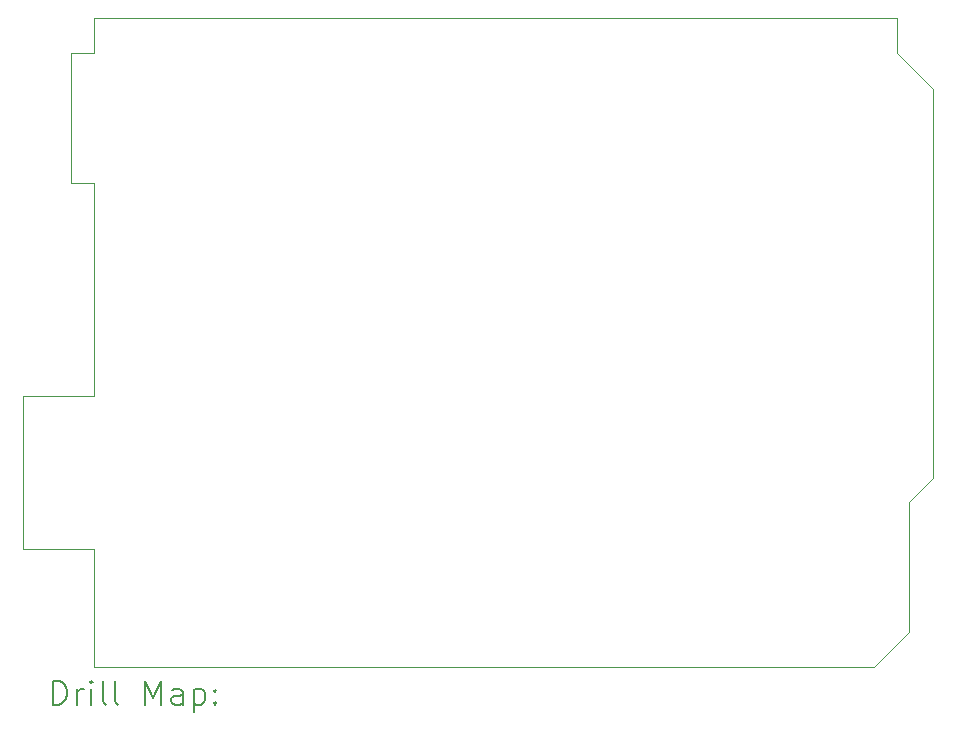
<source format=gbr>
%TF.GenerationSoftware,KiCad,Pcbnew,(6.0.7)*%
%TF.CreationDate,2022-08-22T17:31:40+09:00*%
%TF.ProjectId,LED_Roulette_Shield,4c45445f-526f-4756-9c65-7474655f5368,rev?*%
%TF.SameCoordinates,Original*%
%TF.FileFunction,Drillmap*%
%TF.FilePolarity,Positive*%
%FSLAX45Y45*%
G04 Gerber Fmt 4.5, Leading zero omitted, Abs format (unit mm)*
G04 Created by KiCad (PCBNEW (6.0.7)) date 2022-08-22 17:31:40*
%MOMM*%
%LPD*%
G01*
G04 APERTURE LIST*
%ADD10C,0.100000*%
%ADD11C,0.200000*%
G04 APERTURE END LIST*
D10*
X18200000Y-6300000D02*
X18300000Y-6300000D01*
X11500000Y-10900000D02*
X11500000Y-10800000D01*
X11300000Y-6600000D02*
X11300000Y-7700000D01*
X11500000Y-9500000D02*
X11500000Y-7700000D01*
X11500000Y-11800000D02*
X11500000Y-10900000D01*
X18600000Y-10200000D02*
X18400000Y-10400000D01*
X11300000Y-7700000D02*
X11500000Y-7700000D01*
X18300000Y-6600000D02*
X18500000Y-6800000D01*
X11500000Y-6300000D02*
X18200000Y-6300000D01*
X18600000Y-6900000D02*
X18600000Y-10200000D01*
X11400000Y-6600000D02*
X11300000Y-6600000D01*
X11500000Y-6600000D02*
X11500000Y-6300000D01*
X18500000Y-6800000D02*
X18600000Y-6900000D01*
X18100000Y-11800000D02*
X11500000Y-11800000D01*
X18300000Y-6300000D02*
X18300000Y-6600000D01*
X10900000Y-9500000D02*
X11500000Y-9500000D01*
X11400000Y-6600000D02*
X11500000Y-6600000D01*
X18400000Y-11500000D02*
X18100000Y-11800000D01*
X18400000Y-10400000D02*
X18400000Y-11500000D01*
X11500000Y-10800000D02*
X10900000Y-10800000D01*
X10900000Y-10800000D02*
X10900000Y-9500000D01*
D11*
X11152619Y-12115476D02*
X11152619Y-11915476D01*
X11200238Y-11915476D01*
X11228809Y-11925000D01*
X11247857Y-11944048D01*
X11257381Y-11963095D01*
X11266905Y-12001190D01*
X11266905Y-12029762D01*
X11257381Y-12067857D01*
X11247857Y-12086905D01*
X11228809Y-12105952D01*
X11200238Y-12115476D01*
X11152619Y-12115476D01*
X11352619Y-12115476D02*
X11352619Y-11982143D01*
X11352619Y-12020238D02*
X11362143Y-12001190D01*
X11371667Y-11991667D01*
X11390714Y-11982143D01*
X11409762Y-11982143D01*
X11476428Y-12115476D02*
X11476428Y-11982143D01*
X11476428Y-11915476D02*
X11466905Y-11925000D01*
X11476428Y-11934524D01*
X11485952Y-11925000D01*
X11476428Y-11915476D01*
X11476428Y-11934524D01*
X11600238Y-12115476D02*
X11581190Y-12105952D01*
X11571667Y-12086905D01*
X11571667Y-11915476D01*
X11705000Y-12115476D02*
X11685952Y-12105952D01*
X11676428Y-12086905D01*
X11676428Y-11915476D01*
X11933571Y-12115476D02*
X11933571Y-11915476D01*
X12000238Y-12058333D01*
X12066905Y-11915476D01*
X12066905Y-12115476D01*
X12247857Y-12115476D02*
X12247857Y-12010714D01*
X12238333Y-11991667D01*
X12219286Y-11982143D01*
X12181190Y-11982143D01*
X12162143Y-11991667D01*
X12247857Y-12105952D02*
X12228809Y-12115476D01*
X12181190Y-12115476D01*
X12162143Y-12105952D01*
X12152619Y-12086905D01*
X12152619Y-12067857D01*
X12162143Y-12048809D01*
X12181190Y-12039286D01*
X12228809Y-12039286D01*
X12247857Y-12029762D01*
X12343095Y-11982143D02*
X12343095Y-12182143D01*
X12343095Y-11991667D02*
X12362143Y-11982143D01*
X12400238Y-11982143D01*
X12419286Y-11991667D01*
X12428809Y-12001190D01*
X12438333Y-12020238D01*
X12438333Y-12077381D01*
X12428809Y-12096428D01*
X12419286Y-12105952D01*
X12400238Y-12115476D01*
X12362143Y-12115476D01*
X12343095Y-12105952D01*
X12524048Y-12096428D02*
X12533571Y-12105952D01*
X12524048Y-12115476D01*
X12514524Y-12105952D01*
X12524048Y-12096428D01*
X12524048Y-12115476D01*
X12524048Y-11991667D02*
X12533571Y-12001190D01*
X12524048Y-12010714D01*
X12514524Y-12001190D01*
X12524048Y-11991667D01*
X12524048Y-12010714D01*
M02*

</source>
